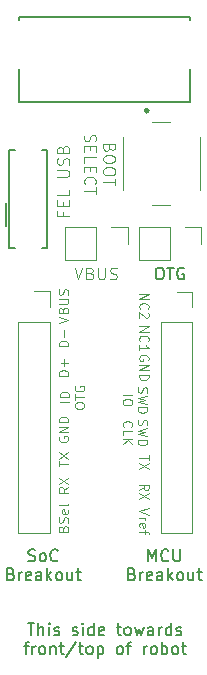
<source format=gbr>
%TF.GenerationSoftware,KiCad,Pcbnew,9.0.6-1.fc43*%
%TF.CreationDate,2025-12-11T00:59:32+10:30*%
%TF.ProjectId,DreameBreakout,44726561-6d65-4427-9265-616b6f75742e,1.1*%
%TF.SameCoordinates,Original*%
%TF.FileFunction,Legend,Top*%
%TF.FilePolarity,Positive*%
%FSLAX46Y46*%
G04 Gerber Fmt 4.6, Leading zero omitted, Abs format (unit mm)*
G04 Created by KiCad (PCBNEW 9.0.6-1.fc43) date 2025-12-11 00:59:32*
%MOMM*%
%LPD*%
G01*
G04 APERTURE LIST*
%ADD10C,0.150000*%
%ADD11C,0.120000*%
%ADD12C,0.125000*%
%ADD13C,0.300000*%
%ADD14C,0.127000*%
G04 APERTURE END LIST*
D10*
X150148809Y-83914819D02*
X150339285Y-83914819D01*
X150339285Y-83914819D02*
X150434523Y-83962438D01*
X150434523Y-83962438D02*
X150529761Y-84057676D01*
X150529761Y-84057676D02*
X150577380Y-84248152D01*
X150577380Y-84248152D02*
X150577380Y-84581485D01*
X150577380Y-84581485D02*
X150529761Y-84771961D01*
X150529761Y-84771961D02*
X150434523Y-84867200D01*
X150434523Y-84867200D02*
X150339285Y-84914819D01*
X150339285Y-84914819D02*
X150148809Y-84914819D01*
X150148809Y-84914819D02*
X150053571Y-84867200D01*
X150053571Y-84867200D02*
X149958333Y-84771961D01*
X149958333Y-84771961D02*
X149910714Y-84581485D01*
X149910714Y-84581485D02*
X149910714Y-84248152D01*
X149910714Y-84248152D02*
X149958333Y-84057676D01*
X149958333Y-84057676D02*
X150053571Y-83962438D01*
X150053571Y-83962438D02*
X150148809Y-83914819D01*
X150863095Y-83914819D02*
X151434523Y-83914819D01*
X151148809Y-84914819D02*
X151148809Y-83914819D01*
X152291666Y-83962438D02*
X152196428Y-83914819D01*
X152196428Y-83914819D02*
X152053571Y-83914819D01*
X152053571Y-83914819D02*
X151910714Y-83962438D01*
X151910714Y-83962438D02*
X151815476Y-84057676D01*
X151815476Y-84057676D02*
X151767857Y-84152914D01*
X151767857Y-84152914D02*
X151720238Y-84343390D01*
X151720238Y-84343390D02*
X151720238Y-84486247D01*
X151720238Y-84486247D02*
X151767857Y-84676723D01*
X151767857Y-84676723D02*
X151815476Y-84771961D01*
X151815476Y-84771961D02*
X151910714Y-84867200D01*
X151910714Y-84867200D02*
X152053571Y-84914819D01*
X152053571Y-84914819D02*
X152148809Y-84914819D01*
X152148809Y-84914819D02*
X152291666Y-84867200D01*
X152291666Y-84867200D02*
X152339285Y-84819580D01*
X152339285Y-84819580D02*
X152339285Y-84486247D01*
X152339285Y-84486247D02*
X152148809Y-84486247D01*
X139077380Y-114024847D02*
X139648808Y-114024847D01*
X139363094Y-115024847D02*
X139363094Y-114024847D01*
X139982142Y-115024847D02*
X139982142Y-114024847D01*
X140410713Y-115024847D02*
X140410713Y-114501037D01*
X140410713Y-114501037D02*
X140363094Y-114405799D01*
X140363094Y-114405799D02*
X140267856Y-114358180D01*
X140267856Y-114358180D02*
X140124999Y-114358180D01*
X140124999Y-114358180D02*
X140029761Y-114405799D01*
X140029761Y-114405799D02*
X139982142Y-114453418D01*
X140886904Y-115024847D02*
X140886904Y-114358180D01*
X140886904Y-114024847D02*
X140839285Y-114072466D01*
X140839285Y-114072466D02*
X140886904Y-114120085D01*
X140886904Y-114120085D02*
X140934523Y-114072466D01*
X140934523Y-114072466D02*
X140886904Y-114024847D01*
X140886904Y-114024847D02*
X140886904Y-114120085D01*
X141315475Y-114977228D02*
X141410713Y-115024847D01*
X141410713Y-115024847D02*
X141601189Y-115024847D01*
X141601189Y-115024847D02*
X141696427Y-114977228D01*
X141696427Y-114977228D02*
X141744046Y-114881989D01*
X141744046Y-114881989D02*
X141744046Y-114834370D01*
X141744046Y-114834370D02*
X141696427Y-114739132D01*
X141696427Y-114739132D02*
X141601189Y-114691513D01*
X141601189Y-114691513D02*
X141458332Y-114691513D01*
X141458332Y-114691513D02*
X141363094Y-114643894D01*
X141363094Y-114643894D02*
X141315475Y-114548656D01*
X141315475Y-114548656D02*
X141315475Y-114501037D01*
X141315475Y-114501037D02*
X141363094Y-114405799D01*
X141363094Y-114405799D02*
X141458332Y-114358180D01*
X141458332Y-114358180D02*
X141601189Y-114358180D01*
X141601189Y-114358180D02*
X141696427Y-114405799D01*
X142886904Y-114977228D02*
X142982142Y-115024847D01*
X142982142Y-115024847D02*
X143172618Y-115024847D01*
X143172618Y-115024847D02*
X143267856Y-114977228D01*
X143267856Y-114977228D02*
X143315475Y-114881989D01*
X143315475Y-114881989D02*
X143315475Y-114834370D01*
X143315475Y-114834370D02*
X143267856Y-114739132D01*
X143267856Y-114739132D02*
X143172618Y-114691513D01*
X143172618Y-114691513D02*
X143029761Y-114691513D01*
X143029761Y-114691513D02*
X142934523Y-114643894D01*
X142934523Y-114643894D02*
X142886904Y-114548656D01*
X142886904Y-114548656D02*
X142886904Y-114501037D01*
X142886904Y-114501037D02*
X142934523Y-114405799D01*
X142934523Y-114405799D02*
X143029761Y-114358180D01*
X143029761Y-114358180D02*
X143172618Y-114358180D01*
X143172618Y-114358180D02*
X143267856Y-114405799D01*
X143744047Y-115024847D02*
X143744047Y-114358180D01*
X143744047Y-114024847D02*
X143696428Y-114072466D01*
X143696428Y-114072466D02*
X143744047Y-114120085D01*
X143744047Y-114120085D02*
X143791666Y-114072466D01*
X143791666Y-114072466D02*
X143744047Y-114024847D01*
X143744047Y-114024847D02*
X143744047Y-114120085D01*
X144648808Y-115024847D02*
X144648808Y-114024847D01*
X144648808Y-114977228D02*
X144553570Y-115024847D01*
X144553570Y-115024847D02*
X144363094Y-115024847D01*
X144363094Y-115024847D02*
X144267856Y-114977228D01*
X144267856Y-114977228D02*
X144220237Y-114929608D01*
X144220237Y-114929608D02*
X144172618Y-114834370D01*
X144172618Y-114834370D02*
X144172618Y-114548656D01*
X144172618Y-114548656D02*
X144220237Y-114453418D01*
X144220237Y-114453418D02*
X144267856Y-114405799D01*
X144267856Y-114405799D02*
X144363094Y-114358180D01*
X144363094Y-114358180D02*
X144553570Y-114358180D01*
X144553570Y-114358180D02*
X144648808Y-114405799D01*
X145505951Y-114977228D02*
X145410713Y-115024847D01*
X145410713Y-115024847D02*
X145220237Y-115024847D01*
X145220237Y-115024847D02*
X145124999Y-114977228D01*
X145124999Y-114977228D02*
X145077380Y-114881989D01*
X145077380Y-114881989D02*
X145077380Y-114501037D01*
X145077380Y-114501037D02*
X145124999Y-114405799D01*
X145124999Y-114405799D02*
X145220237Y-114358180D01*
X145220237Y-114358180D02*
X145410713Y-114358180D01*
X145410713Y-114358180D02*
X145505951Y-114405799D01*
X145505951Y-114405799D02*
X145553570Y-114501037D01*
X145553570Y-114501037D02*
X145553570Y-114596275D01*
X145553570Y-114596275D02*
X145077380Y-114691513D01*
X146601190Y-114358180D02*
X146982142Y-114358180D01*
X146744047Y-114024847D02*
X146744047Y-114881989D01*
X146744047Y-114881989D02*
X146791666Y-114977228D01*
X146791666Y-114977228D02*
X146886904Y-115024847D01*
X146886904Y-115024847D02*
X146982142Y-115024847D01*
X147458333Y-115024847D02*
X147363095Y-114977228D01*
X147363095Y-114977228D02*
X147315476Y-114929608D01*
X147315476Y-114929608D02*
X147267857Y-114834370D01*
X147267857Y-114834370D02*
X147267857Y-114548656D01*
X147267857Y-114548656D02*
X147315476Y-114453418D01*
X147315476Y-114453418D02*
X147363095Y-114405799D01*
X147363095Y-114405799D02*
X147458333Y-114358180D01*
X147458333Y-114358180D02*
X147601190Y-114358180D01*
X147601190Y-114358180D02*
X147696428Y-114405799D01*
X147696428Y-114405799D02*
X147744047Y-114453418D01*
X147744047Y-114453418D02*
X147791666Y-114548656D01*
X147791666Y-114548656D02*
X147791666Y-114834370D01*
X147791666Y-114834370D02*
X147744047Y-114929608D01*
X147744047Y-114929608D02*
X147696428Y-114977228D01*
X147696428Y-114977228D02*
X147601190Y-115024847D01*
X147601190Y-115024847D02*
X147458333Y-115024847D01*
X148125000Y-114358180D02*
X148315476Y-115024847D01*
X148315476Y-115024847D02*
X148505952Y-114548656D01*
X148505952Y-114548656D02*
X148696428Y-115024847D01*
X148696428Y-115024847D02*
X148886904Y-114358180D01*
X149696428Y-115024847D02*
X149696428Y-114501037D01*
X149696428Y-114501037D02*
X149648809Y-114405799D01*
X149648809Y-114405799D02*
X149553571Y-114358180D01*
X149553571Y-114358180D02*
X149363095Y-114358180D01*
X149363095Y-114358180D02*
X149267857Y-114405799D01*
X149696428Y-114977228D02*
X149601190Y-115024847D01*
X149601190Y-115024847D02*
X149363095Y-115024847D01*
X149363095Y-115024847D02*
X149267857Y-114977228D01*
X149267857Y-114977228D02*
X149220238Y-114881989D01*
X149220238Y-114881989D02*
X149220238Y-114786751D01*
X149220238Y-114786751D02*
X149267857Y-114691513D01*
X149267857Y-114691513D02*
X149363095Y-114643894D01*
X149363095Y-114643894D02*
X149601190Y-114643894D01*
X149601190Y-114643894D02*
X149696428Y-114596275D01*
X150172619Y-115024847D02*
X150172619Y-114358180D01*
X150172619Y-114548656D02*
X150220238Y-114453418D01*
X150220238Y-114453418D02*
X150267857Y-114405799D01*
X150267857Y-114405799D02*
X150363095Y-114358180D01*
X150363095Y-114358180D02*
X150458333Y-114358180D01*
X151220238Y-115024847D02*
X151220238Y-114024847D01*
X151220238Y-114977228D02*
X151125000Y-115024847D01*
X151125000Y-115024847D02*
X150934524Y-115024847D01*
X150934524Y-115024847D02*
X150839286Y-114977228D01*
X150839286Y-114977228D02*
X150791667Y-114929608D01*
X150791667Y-114929608D02*
X150744048Y-114834370D01*
X150744048Y-114834370D02*
X150744048Y-114548656D01*
X150744048Y-114548656D02*
X150791667Y-114453418D01*
X150791667Y-114453418D02*
X150839286Y-114405799D01*
X150839286Y-114405799D02*
X150934524Y-114358180D01*
X150934524Y-114358180D02*
X151125000Y-114358180D01*
X151125000Y-114358180D02*
X151220238Y-114405799D01*
X151648810Y-114977228D02*
X151744048Y-115024847D01*
X151744048Y-115024847D02*
X151934524Y-115024847D01*
X151934524Y-115024847D02*
X152029762Y-114977228D01*
X152029762Y-114977228D02*
X152077381Y-114881989D01*
X152077381Y-114881989D02*
X152077381Y-114834370D01*
X152077381Y-114834370D02*
X152029762Y-114739132D01*
X152029762Y-114739132D02*
X151934524Y-114691513D01*
X151934524Y-114691513D02*
X151791667Y-114691513D01*
X151791667Y-114691513D02*
X151696429Y-114643894D01*
X151696429Y-114643894D02*
X151648810Y-114548656D01*
X151648810Y-114548656D02*
X151648810Y-114501037D01*
X151648810Y-114501037D02*
X151696429Y-114405799D01*
X151696429Y-114405799D02*
X151791667Y-114358180D01*
X151791667Y-114358180D02*
X151934524Y-114358180D01*
X151934524Y-114358180D02*
X152029762Y-114405799D01*
X138767855Y-115968124D02*
X139148807Y-115968124D01*
X138910712Y-116634791D02*
X138910712Y-115777648D01*
X138910712Y-115777648D02*
X138958331Y-115682410D01*
X138958331Y-115682410D02*
X139053569Y-115634791D01*
X139053569Y-115634791D02*
X139148807Y-115634791D01*
X139482141Y-116634791D02*
X139482141Y-115968124D01*
X139482141Y-116158600D02*
X139529760Y-116063362D01*
X139529760Y-116063362D02*
X139577379Y-116015743D01*
X139577379Y-116015743D02*
X139672617Y-115968124D01*
X139672617Y-115968124D02*
X139767855Y-115968124D01*
X140244046Y-116634791D02*
X140148808Y-116587172D01*
X140148808Y-116587172D02*
X140101189Y-116539552D01*
X140101189Y-116539552D02*
X140053570Y-116444314D01*
X140053570Y-116444314D02*
X140053570Y-116158600D01*
X140053570Y-116158600D02*
X140101189Y-116063362D01*
X140101189Y-116063362D02*
X140148808Y-116015743D01*
X140148808Y-116015743D02*
X140244046Y-115968124D01*
X140244046Y-115968124D02*
X140386903Y-115968124D01*
X140386903Y-115968124D02*
X140482141Y-116015743D01*
X140482141Y-116015743D02*
X140529760Y-116063362D01*
X140529760Y-116063362D02*
X140577379Y-116158600D01*
X140577379Y-116158600D02*
X140577379Y-116444314D01*
X140577379Y-116444314D02*
X140529760Y-116539552D01*
X140529760Y-116539552D02*
X140482141Y-116587172D01*
X140482141Y-116587172D02*
X140386903Y-116634791D01*
X140386903Y-116634791D02*
X140244046Y-116634791D01*
X141005951Y-115968124D02*
X141005951Y-116634791D01*
X141005951Y-116063362D02*
X141053570Y-116015743D01*
X141053570Y-116015743D02*
X141148808Y-115968124D01*
X141148808Y-115968124D02*
X141291665Y-115968124D01*
X141291665Y-115968124D02*
X141386903Y-116015743D01*
X141386903Y-116015743D02*
X141434522Y-116110981D01*
X141434522Y-116110981D02*
X141434522Y-116634791D01*
X141767856Y-115968124D02*
X142148808Y-115968124D01*
X141910713Y-115634791D02*
X141910713Y-116491933D01*
X141910713Y-116491933D02*
X141958332Y-116587172D01*
X141958332Y-116587172D02*
X142053570Y-116634791D01*
X142053570Y-116634791D02*
X142148808Y-116634791D01*
X143196427Y-115587172D02*
X142339285Y-116872886D01*
X143386904Y-115968124D02*
X143767856Y-115968124D01*
X143529761Y-115634791D02*
X143529761Y-116491933D01*
X143529761Y-116491933D02*
X143577380Y-116587172D01*
X143577380Y-116587172D02*
X143672618Y-116634791D01*
X143672618Y-116634791D02*
X143767856Y-116634791D01*
X144244047Y-116634791D02*
X144148809Y-116587172D01*
X144148809Y-116587172D02*
X144101190Y-116539552D01*
X144101190Y-116539552D02*
X144053571Y-116444314D01*
X144053571Y-116444314D02*
X144053571Y-116158600D01*
X144053571Y-116158600D02*
X144101190Y-116063362D01*
X144101190Y-116063362D02*
X144148809Y-116015743D01*
X144148809Y-116015743D02*
X144244047Y-115968124D01*
X144244047Y-115968124D02*
X144386904Y-115968124D01*
X144386904Y-115968124D02*
X144482142Y-116015743D01*
X144482142Y-116015743D02*
X144529761Y-116063362D01*
X144529761Y-116063362D02*
X144577380Y-116158600D01*
X144577380Y-116158600D02*
X144577380Y-116444314D01*
X144577380Y-116444314D02*
X144529761Y-116539552D01*
X144529761Y-116539552D02*
X144482142Y-116587172D01*
X144482142Y-116587172D02*
X144386904Y-116634791D01*
X144386904Y-116634791D02*
X144244047Y-116634791D01*
X145005952Y-115968124D02*
X145005952Y-116968124D01*
X145005952Y-116015743D02*
X145101190Y-115968124D01*
X145101190Y-115968124D02*
X145291666Y-115968124D01*
X145291666Y-115968124D02*
X145386904Y-116015743D01*
X145386904Y-116015743D02*
X145434523Y-116063362D01*
X145434523Y-116063362D02*
X145482142Y-116158600D01*
X145482142Y-116158600D02*
X145482142Y-116444314D01*
X145482142Y-116444314D02*
X145434523Y-116539552D01*
X145434523Y-116539552D02*
X145386904Y-116587172D01*
X145386904Y-116587172D02*
X145291666Y-116634791D01*
X145291666Y-116634791D02*
X145101190Y-116634791D01*
X145101190Y-116634791D02*
X145005952Y-116587172D01*
X146815476Y-116634791D02*
X146720238Y-116587172D01*
X146720238Y-116587172D02*
X146672619Y-116539552D01*
X146672619Y-116539552D02*
X146625000Y-116444314D01*
X146625000Y-116444314D02*
X146625000Y-116158600D01*
X146625000Y-116158600D02*
X146672619Y-116063362D01*
X146672619Y-116063362D02*
X146720238Y-116015743D01*
X146720238Y-116015743D02*
X146815476Y-115968124D01*
X146815476Y-115968124D02*
X146958333Y-115968124D01*
X146958333Y-115968124D02*
X147053571Y-116015743D01*
X147053571Y-116015743D02*
X147101190Y-116063362D01*
X147101190Y-116063362D02*
X147148809Y-116158600D01*
X147148809Y-116158600D02*
X147148809Y-116444314D01*
X147148809Y-116444314D02*
X147101190Y-116539552D01*
X147101190Y-116539552D02*
X147053571Y-116587172D01*
X147053571Y-116587172D02*
X146958333Y-116634791D01*
X146958333Y-116634791D02*
X146815476Y-116634791D01*
X147434524Y-115968124D02*
X147815476Y-115968124D01*
X147577381Y-116634791D02*
X147577381Y-115777648D01*
X147577381Y-115777648D02*
X147625000Y-115682410D01*
X147625000Y-115682410D02*
X147720238Y-115634791D01*
X147720238Y-115634791D02*
X147815476Y-115634791D01*
X148910715Y-116634791D02*
X148910715Y-115968124D01*
X148910715Y-116158600D02*
X148958334Y-116063362D01*
X148958334Y-116063362D02*
X149005953Y-116015743D01*
X149005953Y-116015743D02*
X149101191Y-115968124D01*
X149101191Y-115968124D02*
X149196429Y-115968124D01*
X149672620Y-116634791D02*
X149577382Y-116587172D01*
X149577382Y-116587172D02*
X149529763Y-116539552D01*
X149529763Y-116539552D02*
X149482144Y-116444314D01*
X149482144Y-116444314D02*
X149482144Y-116158600D01*
X149482144Y-116158600D02*
X149529763Y-116063362D01*
X149529763Y-116063362D02*
X149577382Y-116015743D01*
X149577382Y-116015743D02*
X149672620Y-115968124D01*
X149672620Y-115968124D02*
X149815477Y-115968124D01*
X149815477Y-115968124D02*
X149910715Y-116015743D01*
X149910715Y-116015743D02*
X149958334Y-116063362D01*
X149958334Y-116063362D02*
X150005953Y-116158600D01*
X150005953Y-116158600D02*
X150005953Y-116444314D01*
X150005953Y-116444314D02*
X149958334Y-116539552D01*
X149958334Y-116539552D02*
X149910715Y-116587172D01*
X149910715Y-116587172D02*
X149815477Y-116634791D01*
X149815477Y-116634791D02*
X149672620Y-116634791D01*
X150434525Y-116634791D02*
X150434525Y-115634791D01*
X150434525Y-116015743D02*
X150529763Y-115968124D01*
X150529763Y-115968124D02*
X150720239Y-115968124D01*
X150720239Y-115968124D02*
X150815477Y-116015743D01*
X150815477Y-116015743D02*
X150863096Y-116063362D01*
X150863096Y-116063362D02*
X150910715Y-116158600D01*
X150910715Y-116158600D02*
X150910715Y-116444314D01*
X150910715Y-116444314D02*
X150863096Y-116539552D01*
X150863096Y-116539552D02*
X150815477Y-116587172D01*
X150815477Y-116587172D02*
X150720239Y-116634791D01*
X150720239Y-116634791D02*
X150529763Y-116634791D01*
X150529763Y-116634791D02*
X150434525Y-116587172D01*
X151482144Y-116634791D02*
X151386906Y-116587172D01*
X151386906Y-116587172D02*
X151339287Y-116539552D01*
X151339287Y-116539552D02*
X151291668Y-116444314D01*
X151291668Y-116444314D02*
X151291668Y-116158600D01*
X151291668Y-116158600D02*
X151339287Y-116063362D01*
X151339287Y-116063362D02*
X151386906Y-116015743D01*
X151386906Y-116015743D02*
X151482144Y-115968124D01*
X151482144Y-115968124D02*
X151625001Y-115968124D01*
X151625001Y-115968124D02*
X151720239Y-116015743D01*
X151720239Y-116015743D02*
X151767858Y-116063362D01*
X151767858Y-116063362D02*
X151815477Y-116158600D01*
X151815477Y-116158600D02*
X151815477Y-116444314D01*
X151815477Y-116444314D02*
X151767858Y-116539552D01*
X151767858Y-116539552D02*
X151720239Y-116587172D01*
X151720239Y-116587172D02*
X151625001Y-116634791D01*
X151625001Y-116634791D02*
X151482144Y-116634791D01*
X152101192Y-115968124D02*
X152482144Y-115968124D01*
X152244049Y-115634791D02*
X152244049Y-116491933D01*
X152244049Y-116491933D02*
X152291668Y-116587172D01*
X152291668Y-116587172D02*
X152386906Y-116634791D01*
X152386906Y-116634791D02*
X152482144Y-116634791D01*
D11*
X148511144Y-88865476D02*
X149311144Y-88865476D01*
X149311144Y-88865476D02*
X148511144Y-89322619D01*
X148511144Y-89322619D02*
X149311144Y-89322619D01*
X148587335Y-90160714D02*
X148549240Y-90122618D01*
X148549240Y-90122618D02*
X148511144Y-90008333D01*
X148511144Y-90008333D02*
X148511144Y-89932142D01*
X148511144Y-89932142D02*
X148549240Y-89817856D01*
X148549240Y-89817856D02*
X148625430Y-89741666D01*
X148625430Y-89741666D02*
X148701620Y-89703571D01*
X148701620Y-89703571D02*
X148854001Y-89665475D01*
X148854001Y-89665475D02*
X148968287Y-89665475D01*
X148968287Y-89665475D02*
X149120668Y-89703571D01*
X149120668Y-89703571D02*
X149196859Y-89741666D01*
X149196859Y-89741666D02*
X149273049Y-89817856D01*
X149273049Y-89817856D02*
X149311144Y-89932142D01*
X149311144Y-89932142D02*
X149311144Y-90008333D01*
X149311144Y-90008333D02*
X149273049Y-90122618D01*
X149273049Y-90122618D02*
X149234954Y-90160714D01*
X148511144Y-90922618D02*
X148511144Y-90465475D01*
X148511144Y-90694047D02*
X149311144Y-90694047D01*
X149311144Y-90694047D02*
X149196859Y-90617856D01*
X149196859Y-90617856D02*
X149120668Y-90541666D01*
X149120668Y-90541666D02*
X149082573Y-90465475D01*
X142594878Y-95274999D02*
X141794878Y-95274999D01*
X142594878Y-94894047D02*
X141794878Y-94894047D01*
X141794878Y-94894047D02*
X141794878Y-94703571D01*
X141794878Y-94703571D02*
X141832973Y-94589285D01*
X141832973Y-94589285D02*
X141909163Y-94513095D01*
X141909163Y-94513095D02*
X141985354Y-94475000D01*
X141985354Y-94475000D02*
X142137735Y-94436904D01*
X142137735Y-94436904D02*
X142252021Y-94436904D01*
X142252021Y-94436904D02*
X142404402Y-94475000D01*
X142404402Y-94475000D02*
X142480592Y-94513095D01*
X142480592Y-94513095D02*
X142556783Y-94589285D01*
X142556783Y-94589285D02*
X142594878Y-94703571D01*
X142594878Y-94703571D02*
X142594878Y-94894047D01*
X143082833Y-95655951D02*
X143082833Y-95503570D01*
X143082833Y-95503570D02*
X143120928Y-95427380D01*
X143120928Y-95427380D02*
X143197118Y-95351189D01*
X143197118Y-95351189D02*
X143349499Y-95313094D01*
X143349499Y-95313094D02*
X143616166Y-95313094D01*
X143616166Y-95313094D02*
X143768547Y-95351189D01*
X143768547Y-95351189D02*
X143844738Y-95427380D01*
X143844738Y-95427380D02*
X143882833Y-95503570D01*
X143882833Y-95503570D02*
X143882833Y-95655951D01*
X143882833Y-95655951D02*
X143844738Y-95732142D01*
X143844738Y-95732142D02*
X143768547Y-95808332D01*
X143768547Y-95808332D02*
X143616166Y-95846428D01*
X143616166Y-95846428D02*
X143349499Y-95846428D01*
X143349499Y-95846428D02*
X143197118Y-95808332D01*
X143197118Y-95808332D02*
X143120928Y-95732142D01*
X143120928Y-95732142D02*
X143082833Y-95655951D01*
X143082833Y-95084523D02*
X143082833Y-94627380D01*
X143882833Y-94855952D02*
X143082833Y-94855952D01*
X143120928Y-93941666D02*
X143082833Y-94017856D01*
X143082833Y-94017856D02*
X143082833Y-94132142D01*
X143082833Y-94132142D02*
X143120928Y-94246428D01*
X143120928Y-94246428D02*
X143197118Y-94322618D01*
X143197118Y-94322618D02*
X143273309Y-94360713D01*
X143273309Y-94360713D02*
X143425690Y-94398809D01*
X143425690Y-94398809D02*
X143539976Y-94398809D01*
X143539976Y-94398809D02*
X143692357Y-94360713D01*
X143692357Y-94360713D02*
X143768547Y-94322618D01*
X143768547Y-94322618D02*
X143844738Y-94246428D01*
X143844738Y-94246428D02*
X143882833Y-94132142D01*
X143882833Y-94132142D02*
X143882833Y-94055951D01*
X143882833Y-94055951D02*
X143844738Y-93941666D01*
X143844738Y-93941666D02*
X143806642Y-93903570D01*
X143806642Y-93903570D02*
X143539976Y-93903570D01*
X143539976Y-93903570D02*
X143539976Y-94055951D01*
X142069807Y-106001190D02*
X142107902Y-105886904D01*
X142107902Y-105886904D02*
X142145998Y-105848809D01*
X142145998Y-105848809D02*
X142222188Y-105810713D01*
X142222188Y-105810713D02*
X142336474Y-105810713D01*
X142336474Y-105810713D02*
X142412664Y-105848809D01*
X142412664Y-105848809D02*
X142450760Y-105886904D01*
X142450760Y-105886904D02*
X142488855Y-105963094D01*
X142488855Y-105963094D02*
X142488855Y-106267856D01*
X142488855Y-106267856D02*
X141688855Y-106267856D01*
X141688855Y-106267856D02*
X141688855Y-106001190D01*
X141688855Y-106001190D02*
X141726950Y-105924999D01*
X141726950Y-105924999D02*
X141765045Y-105886904D01*
X141765045Y-105886904D02*
X141841236Y-105848809D01*
X141841236Y-105848809D02*
X141917426Y-105848809D01*
X141917426Y-105848809D02*
X141993617Y-105886904D01*
X141993617Y-105886904D02*
X142031712Y-105924999D01*
X142031712Y-105924999D02*
X142069807Y-106001190D01*
X142069807Y-106001190D02*
X142069807Y-106267856D01*
X142450760Y-105505952D02*
X142488855Y-105391666D01*
X142488855Y-105391666D02*
X142488855Y-105201190D01*
X142488855Y-105201190D02*
X142450760Y-105124999D01*
X142450760Y-105124999D02*
X142412664Y-105086904D01*
X142412664Y-105086904D02*
X142336474Y-105048809D01*
X142336474Y-105048809D02*
X142260283Y-105048809D01*
X142260283Y-105048809D02*
X142184093Y-105086904D01*
X142184093Y-105086904D02*
X142145998Y-105124999D01*
X142145998Y-105124999D02*
X142107902Y-105201190D01*
X142107902Y-105201190D02*
X142069807Y-105353571D01*
X142069807Y-105353571D02*
X142031712Y-105429761D01*
X142031712Y-105429761D02*
X141993617Y-105467856D01*
X141993617Y-105467856D02*
X141917426Y-105505952D01*
X141917426Y-105505952D02*
X141841236Y-105505952D01*
X141841236Y-105505952D02*
X141765045Y-105467856D01*
X141765045Y-105467856D02*
X141726950Y-105429761D01*
X141726950Y-105429761D02*
X141688855Y-105353571D01*
X141688855Y-105353571D02*
X141688855Y-105163094D01*
X141688855Y-105163094D02*
X141726950Y-105048809D01*
X142450760Y-104401189D02*
X142488855Y-104477380D01*
X142488855Y-104477380D02*
X142488855Y-104629761D01*
X142488855Y-104629761D02*
X142450760Y-104705951D01*
X142450760Y-104705951D02*
X142374569Y-104744047D01*
X142374569Y-104744047D02*
X142069807Y-104744047D01*
X142069807Y-104744047D02*
X141993617Y-104705951D01*
X141993617Y-104705951D02*
X141955521Y-104629761D01*
X141955521Y-104629761D02*
X141955521Y-104477380D01*
X141955521Y-104477380D02*
X141993617Y-104401189D01*
X141993617Y-104401189D02*
X142069807Y-104363094D01*
X142069807Y-104363094D02*
X142145998Y-104363094D01*
X142145998Y-104363094D02*
X142222188Y-104744047D01*
X142488855Y-103905952D02*
X142450760Y-103982142D01*
X142450760Y-103982142D02*
X142374569Y-104020237D01*
X142374569Y-104020237D02*
X141688855Y-104020237D01*
X149273049Y-91765476D02*
X149311144Y-91689286D01*
X149311144Y-91689286D02*
X149311144Y-91575000D01*
X149311144Y-91575000D02*
X149273049Y-91460714D01*
X149273049Y-91460714D02*
X149196859Y-91384524D01*
X149196859Y-91384524D02*
X149120668Y-91346429D01*
X149120668Y-91346429D02*
X148968287Y-91308333D01*
X148968287Y-91308333D02*
X148854001Y-91308333D01*
X148854001Y-91308333D02*
X148701620Y-91346429D01*
X148701620Y-91346429D02*
X148625430Y-91384524D01*
X148625430Y-91384524D02*
X148549240Y-91460714D01*
X148549240Y-91460714D02*
X148511144Y-91575000D01*
X148511144Y-91575000D02*
X148511144Y-91651191D01*
X148511144Y-91651191D02*
X148549240Y-91765476D01*
X148549240Y-91765476D02*
X148587335Y-91803572D01*
X148587335Y-91803572D02*
X148854001Y-91803572D01*
X148854001Y-91803572D02*
X148854001Y-91651191D01*
X148511144Y-92146429D02*
X149311144Y-92146429D01*
X149311144Y-92146429D02*
X148511144Y-92603572D01*
X148511144Y-92603572D02*
X149311144Y-92603572D01*
X148511144Y-92984524D02*
X149311144Y-92984524D01*
X149311144Y-92984524D02*
X149311144Y-93175000D01*
X149311144Y-93175000D02*
X149273049Y-93289286D01*
X149273049Y-93289286D02*
X149196859Y-93365476D01*
X149196859Y-93365476D02*
X149120668Y-93403571D01*
X149120668Y-93403571D02*
X148968287Y-93441667D01*
X148968287Y-93441667D02*
X148854001Y-93441667D01*
X148854001Y-93441667D02*
X148701620Y-93403571D01*
X148701620Y-93403571D02*
X148625430Y-93365476D01*
X148625430Y-93365476D02*
X148549240Y-93289286D01*
X148549240Y-93289286D02*
X148511144Y-93175000D01*
X148511144Y-93175000D02*
X148511144Y-92984524D01*
X149311144Y-99765476D02*
X149311144Y-100222619D01*
X148511144Y-99994047D02*
X149311144Y-99994047D01*
X149311144Y-100413095D02*
X148511144Y-100946429D01*
X149311144Y-100946429D02*
X148511144Y-100413095D01*
X142488855Y-93079761D02*
X141688855Y-93079761D01*
X141688855Y-93079761D02*
X141688855Y-92889285D01*
X141688855Y-92889285D02*
X141726950Y-92774999D01*
X141726950Y-92774999D02*
X141803140Y-92698809D01*
X141803140Y-92698809D02*
X141879331Y-92660714D01*
X141879331Y-92660714D02*
X142031712Y-92622618D01*
X142031712Y-92622618D02*
X142145998Y-92622618D01*
X142145998Y-92622618D02*
X142298379Y-92660714D01*
X142298379Y-92660714D02*
X142374569Y-92698809D01*
X142374569Y-92698809D02*
X142450760Y-92774999D01*
X142450760Y-92774999D02*
X142488855Y-92889285D01*
X142488855Y-92889285D02*
X142488855Y-93079761D01*
X142184093Y-92279761D02*
X142184093Y-91670238D01*
X142488855Y-91974999D02*
X141879331Y-91974999D01*
X145997402Y-73767857D02*
X145949783Y-73910714D01*
X145949783Y-73910714D02*
X145902164Y-73958333D01*
X145902164Y-73958333D02*
X145806926Y-74005952D01*
X145806926Y-74005952D02*
X145664069Y-74005952D01*
X145664069Y-74005952D02*
X145568831Y-73958333D01*
X145568831Y-73958333D02*
X145521212Y-73910714D01*
X145521212Y-73910714D02*
X145473592Y-73815476D01*
X145473592Y-73815476D02*
X145473592Y-73434524D01*
X145473592Y-73434524D02*
X146473592Y-73434524D01*
X146473592Y-73434524D02*
X146473592Y-73767857D01*
X146473592Y-73767857D02*
X146425973Y-73863095D01*
X146425973Y-73863095D02*
X146378354Y-73910714D01*
X146378354Y-73910714D02*
X146283116Y-73958333D01*
X146283116Y-73958333D02*
X146187878Y-73958333D01*
X146187878Y-73958333D02*
X146092640Y-73910714D01*
X146092640Y-73910714D02*
X146045021Y-73863095D01*
X146045021Y-73863095D02*
X145997402Y-73767857D01*
X145997402Y-73767857D02*
X145997402Y-73434524D01*
X146473592Y-74625000D02*
X146473592Y-74815476D01*
X146473592Y-74815476D02*
X146425973Y-74910714D01*
X146425973Y-74910714D02*
X146330735Y-75005952D01*
X146330735Y-75005952D02*
X146140259Y-75053571D01*
X146140259Y-75053571D02*
X145806926Y-75053571D01*
X145806926Y-75053571D02*
X145616450Y-75005952D01*
X145616450Y-75005952D02*
X145521212Y-74910714D01*
X145521212Y-74910714D02*
X145473592Y-74815476D01*
X145473592Y-74815476D02*
X145473592Y-74625000D01*
X145473592Y-74625000D02*
X145521212Y-74529762D01*
X145521212Y-74529762D02*
X145616450Y-74434524D01*
X145616450Y-74434524D02*
X145806926Y-74386905D01*
X145806926Y-74386905D02*
X146140259Y-74386905D01*
X146140259Y-74386905D02*
X146330735Y-74434524D01*
X146330735Y-74434524D02*
X146425973Y-74529762D01*
X146425973Y-74529762D02*
X146473592Y-74625000D01*
X146473592Y-75672619D02*
X146473592Y-75863095D01*
X146473592Y-75863095D02*
X146425973Y-75958333D01*
X146425973Y-75958333D02*
X146330735Y-76053571D01*
X146330735Y-76053571D02*
X146140259Y-76101190D01*
X146140259Y-76101190D02*
X145806926Y-76101190D01*
X145806926Y-76101190D02*
X145616450Y-76053571D01*
X145616450Y-76053571D02*
X145521212Y-75958333D01*
X145521212Y-75958333D02*
X145473592Y-75863095D01*
X145473592Y-75863095D02*
X145473592Y-75672619D01*
X145473592Y-75672619D02*
X145521212Y-75577381D01*
X145521212Y-75577381D02*
X145616450Y-75482143D01*
X145616450Y-75482143D02*
X145806926Y-75434524D01*
X145806926Y-75434524D02*
X146140259Y-75434524D01*
X146140259Y-75434524D02*
X146330735Y-75482143D01*
X146330735Y-75482143D02*
X146425973Y-75577381D01*
X146425973Y-75577381D02*
X146473592Y-75672619D01*
X146473592Y-76386905D02*
X146473592Y-76958333D01*
X145473592Y-76672619D02*
X146473592Y-76672619D01*
X143911268Y-72648809D02*
X143863648Y-72791666D01*
X143863648Y-72791666D02*
X143863648Y-73029761D01*
X143863648Y-73029761D02*
X143911268Y-73124999D01*
X143911268Y-73124999D02*
X143958887Y-73172618D01*
X143958887Y-73172618D02*
X144054125Y-73220237D01*
X144054125Y-73220237D02*
X144149363Y-73220237D01*
X144149363Y-73220237D02*
X144244601Y-73172618D01*
X144244601Y-73172618D02*
X144292220Y-73124999D01*
X144292220Y-73124999D02*
X144339839Y-73029761D01*
X144339839Y-73029761D02*
X144387458Y-72839285D01*
X144387458Y-72839285D02*
X144435077Y-72744047D01*
X144435077Y-72744047D02*
X144482696Y-72696428D01*
X144482696Y-72696428D02*
X144577934Y-72648809D01*
X144577934Y-72648809D02*
X144673172Y-72648809D01*
X144673172Y-72648809D02*
X144768410Y-72696428D01*
X144768410Y-72696428D02*
X144816029Y-72744047D01*
X144816029Y-72744047D02*
X144863648Y-72839285D01*
X144863648Y-72839285D02*
X144863648Y-73077380D01*
X144863648Y-73077380D02*
X144816029Y-73220237D01*
X144387458Y-73648809D02*
X144387458Y-73982142D01*
X143863648Y-74124999D02*
X143863648Y-73648809D01*
X143863648Y-73648809D02*
X144863648Y-73648809D01*
X144863648Y-73648809D02*
X144863648Y-74124999D01*
X143863648Y-75029761D02*
X143863648Y-74553571D01*
X143863648Y-74553571D02*
X144863648Y-74553571D01*
X144387458Y-75363095D02*
X144387458Y-75696428D01*
X143863648Y-75839285D02*
X143863648Y-75363095D01*
X143863648Y-75363095D02*
X144863648Y-75363095D01*
X144863648Y-75363095D02*
X144863648Y-75839285D01*
X143958887Y-76839285D02*
X143911268Y-76791666D01*
X143911268Y-76791666D02*
X143863648Y-76648809D01*
X143863648Y-76648809D02*
X143863648Y-76553571D01*
X143863648Y-76553571D02*
X143911268Y-76410714D01*
X143911268Y-76410714D02*
X144006506Y-76315476D01*
X144006506Y-76315476D02*
X144101744Y-76267857D01*
X144101744Y-76267857D02*
X144292220Y-76220238D01*
X144292220Y-76220238D02*
X144435077Y-76220238D01*
X144435077Y-76220238D02*
X144625553Y-76267857D01*
X144625553Y-76267857D02*
X144720791Y-76315476D01*
X144720791Y-76315476D02*
X144816029Y-76410714D01*
X144816029Y-76410714D02*
X144863648Y-76553571D01*
X144863648Y-76553571D02*
X144863648Y-76648809D01*
X144863648Y-76648809D02*
X144816029Y-76791666D01*
X144816029Y-76791666D02*
X144768410Y-76839285D01*
X144863648Y-77125000D02*
X144863648Y-77696428D01*
X143863648Y-77410714D02*
X144863648Y-77410714D01*
X148511144Y-86115476D02*
X149311144Y-86115476D01*
X149311144Y-86115476D02*
X148511144Y-86572619D01*
X148511144Y-86572619D02*
X149311144Y-86572619D01*
X148587335Y-87410714D02*
X148549240Y-87372618D01*
X148549240Y-87372618D02*
X148511144Y-87258333D01*
X148511144Y-87258333D02*
X148511144Y-87182142D01*
X148511144Y-87182142D02*
X148549240Y-87067856D01*
X148549240Y-87067856D02*
X148625430Y-86991666D01*
X148625430Y-86991666D02*
X148701620Y-86953571D01*
X148701620Y-86953571D02*
X148854001Y-86915475D01*
X148854001Y-86915475D02*
X148968287Y-86915475D01*
X148968287Y-86915475D02*
X149120668Y-86953571D01*
X149120668Y-86953571D02*
X149196859Y-86991666D01*
X149196859Y-86991666D02*
X149273049Y-87067856D01*
X149273049Y-87067856D02*
X149311144Y-87182142D01*
X149311144Y-87182142D02*
X149311144Y-87258333D01*
X149311144Y-87258333D02*
X149273049Y-87372618D01*
X149273049Y-87372618D02*
X149234954Y-87410714D01*
X149234954Y-87715475D02*
X149273049Y-87753571D01*
X149273049Y-87753571D02*
X149311144Y-87829761D01*
X149311144Y-87829761D02*
X149311144Y-88020237D01*
X149311144Y-88020237D02*
X149273049Y-88096428D01*
X149273049Y-88096428D02*
X149234954Y-88134523D01*
X149234954Y-88134523D02*
X149158763Y-88172618D01*
X149158763Y-88172618D02*
X149082573Y-88172618D01*
X149082573Y-88172618D02*
X148968287Y-88134523D01*
X148968287Y-88134523D02*
X148511144Y-87677380D01*
X148511144Y-87677380D02*
X148511144Y-88172618D01*
X142488855Y-102508332D02*
X142107902Y-102774999D01*
X142488855Y-102965475D02*
X141688855Y-102965475D01*
X141688855Y-102965475D02*
X141688855Y-102660713D01*
X141688855Y-102660713D02*
X141726950Y-102584523D01*
X141726950Y-102584523D02*
X141765045Y-102546428D01*
X141765045Y-102546428D02*
X141841236Y-102508332D01*
X141841236Y-102508332D02*
X141955521Y-102508332D01*
X141955521Y-102508332D02*
X142031712Y-102546428D01*
X142031712Y-102546428D02*
X142069807Y-102584523D01*
X142069807Y-102584523D02*
X142107902Y-102660713D01*
X142107902Y-102660713D02*
X142107902Y-102965475D01*
X141688855Y-102241666D02*
X142488855Y-101708332D01*
X141688855Y-101708332D02*
X142488855Y-102241666D01*
X141688855Y-88591666D02*
X142488855Y-88324999D01*
X142488855Y-88324999D02*
X141688855Y-88058333D01*
X142069807Y-87525000D02*
X142107902Y-87410714D01*
X142107902Y-87410714D02*
X142145998Y-87372619D01*
X142145998Y-87372619D02*
X142222188Y-87334523D01*
X142222188Y-87334523D02*
X142336474Y-87334523D01*
X142336474Y-87334523D02*
X142412664Y-87372619D01*
X142412664Y-87372619D02*
X142450760Y-87410714D01*
X142450760Y-87410714D02*
X142488855Y-87486904D01*
X142488855Y-87486904D02*
X142488855Y-87791666D01*
X142488855Y-87791666D02*
X141688855Y-87791666D01*
X141688855Y-87791666D02*
X141688855Y-87525000D01*
X141688855Y-87525000D02*
X141726950Y-87448809D01*
X141726950Y-87448809D02*
X141765045Y-87410714D01*
X141765045Y-87410714D02*
X141841236Y-87372619D01*
X141841236Y-87372619D02*
X141917426Y-87372619D01*
X141917426Y-87372619D02*
X141993617Y-87410714D01*
X141993617Y-87410714D02*
X142031712Y-87448809D01*
X142031712Y-87448809D02*
X142069807Y-87525000D01*
X142069807Y-87525000D02*
X142069807Y-87791666D01*
X141688855Y-86991666D02*
X142336474Y-86991666D01*
X142336474Y-86991666D02*
X142412664Y-86953571D01*
X142412664Y-86953571D02*
X142450760Y-86915476D01*
X142450760Y-86915476D02*
X142488855Y-86839285D01*
X142488855Y-86839285D02*
X142488855Y-86686904D01*
X142488855Y-86686904D02*
X142450760Y-86610714D01*
X142450760Y-86610714D02*
X142412664Y-86572619D01*
X142412664Y-86572619D02*
X142336474Y-86534523D01*
X142336474Y-86534523D02*
X141688855Y-86534523D01*
X142450760Y-86191667D02*
X142488855Y-86077381D01*
X142488855Y-86077381D02*
X142488855Y-85886905D01*
X142488855Y-85886905D02*
X142450760Y-85810714D01*
X142450760Y-85810714D02*
X142412664Y-85772619D01*
X142412664Y-85772619D02*
X142336474Y-85734524D01*
X142336474Y-85734524D02*
X142260283Y-85734524D01*
X142260283Y-85734524D02*
X142184093Y-85772619D01*
X142184093Y-85772619D02*
X142145998Y-85810714D01*
X142145998Y-85810714D02*
X142107902Y-85886905D01*
X142107902Y-85886905D02*
X142069807Y-86039286D01*
X142069807Y-86039286D02*
X142031712Y-86115476D01*
X142031712Y-86115476D02*
X141993617Y-86153571D01*
X141993617Y-86153571D02*
X141917426Y-86191667D01*
X141917426Y-86191667D02*
X141841236Y-86191667D01*
X141841236Y-86191667D02*
X141765045Y-86153571D01*
X141765045Y-86153571D02*
X141726950Y-86115476D01*
X141726950Y-86115476D02*
X141688855Y-86039286D01*
X141688855Y-86039286D02*
X141688855Y-85848809D01*
X141688855Y-85848809D02*
X141726950Y-85734524D01*
X149311144Y-104289286D02*
X148511144Y-104555953D01*
X148511144Y-104555953D02*
X149311144Y-104822619D01*
X148511144Y-105089286D02*
X149044478Y-105089286D01*
X148892097Y-105089286D02*
X148968287Y-105127381D01*
X148968287Y-105127381D02*
X149006382Y-105165476D01*
X149006382Y-105165476D02*
X149044478Y-105241667D01*
X149044478Y-105241667D02*
X149044478Y-105317857D01*
X148549240Y-105889286D02*
X148511144Y-105813095D01*
X148511144Y-105813095D02*
X148511144Y-105660714D01*
X148511144Y-105660714D02*
X148549240Y-105584524D01*
X148549240Y-105584524D02*
X148625430Y-105546428D01*
X148625430Y-105546428D02*
X148930192Y-105546428D01*
X148930192Y-105546428D02*
X149006382Y-105584524D01*
X149006382Y-105584524D02*
X149044478Y-105660714D01*
X149044478Y-105660714D02*
X149044478Y-105813095D01*
X149044478Y-105813095D02*
X149006382Y-105889286D01*
X149006382Y-105889286D02*
X148930192Y-105927381D01*
X148930192Y-105927381D02*
X148854001Y-105927381D01*
X148854001Y-105927381D02*
X148777811Y-105546428D01*
X149044478Y-106155952D02*
X149044478Y-106460714D01*
X148511144Y-106270238D02*
X149196859Y-106270238D01*
X149196859Y-106270238D02*
X149273049Y-106308333D01*
X149273049Y-106308333D02*
X149311144Y-106384523D01*
X149311144Y-106384523D02*
X149311144Y-106460714D01*
X142488855Y-90579761D02*
X141688855Y-90579761D01*
X141688855Y-90579761D02*
X141688855Y-90389285D01*
X141688855Y-90389285D02*
X141726950Y-90274999D01*
X141726950Y-90274999D02*
X141803140Y-90198809D01*
X141803140Y-90198809D02*
X141879331Y-90160714D01*
X141879331Y-90160714D02*
X142031712Y-90122618D01*
X142031712Y-90122618D02*
X142145998Y-90122618D01*
X142145998Y-90122618D02*
X142298379Y-90160714D01*
X142298379Y-90160714D02*
X142374569Y-90198809D01*
X142374569Y-90198809D02*
X142450760Y-90274999D01*
X142450760Y-90274999D02*
X142488855Y-90389285D01*
X142488855Y-90389285D02*
X142488855Y-90579761D01*
X142184093Y-89779761D02*
X142184093Y-89170238D01*
D10*
X149267857Y-108774847D02*
X149267857Y-107774847D01*
X149267857Y-107774847D02*
X149601190Y-108489132D01*
X149601190Y-108489132D02*
X149934523Y-107774847D01*
X149934523Y-107774847D02*
X149934523Y-108774847D01*
X150982142Y-108679608D02*
X150934523Y-108727228D01*
X150934523Y-108727228D02*
X150791666Y-108774847D01*
X150791666Y-108774847D02*
X150696428Y-108774847D01*
X150696428Y-108774847D02*
X150553571Y-108727228D01*
X150553571Y-108727228D02*
X150458333Y-108631989D01*
X150458333Y-108631989D02*
X150410714Y-108536751D01*
X150410714Y-108536751D02*
X150363095Y-108346275D01*
X150363095Y-108346275D02*
X150363095Y-108203418D01*
X150363095Y-108203418D02*
X150410714Y-108012942D01*
X150410714Y-108012942D02*
X150458333Y-107917704D01*
X150458333Y-107917704D02*
X150553571Y-107822466D01*
X150553571Y-107822466D02*
X150696428Y-107774847D01*
X150696428Y-107774847D02*
X150791666Y-107774847D01*
X150791666Y-107774847D02*
X150934523Y-107822466D01*
X150934523Y-107822466D02*
X150982142Y-107870085D01*
X151410714Y-107774847D02*
X151410714Y-108584370D01*
X151410714Y-108584370D02*
X151458333Y-108679608D01*
X151458333Y-108679608D02*
X151505952Y-108727228D01*
X151505952Y-108727228D02*
X151601190Y-108774847D01*
X151601190Y-108774847D02*
X151791666Y-108774847D01*
X151791666Y-108774847D02*
X151886904Y-108727228D01*
X151886904Y-108727228D02*
X151934523Y-108679608D01*
X151934523Y-108679608D02*
X151982142Y-108584370D01*
X151982142Y-108584370D02*
X151982142Y-107774847D01*
X147910713Y-109860981D02*
X148053570Y-109908600D01*
X148053570Y-109908600D02*
X148101189Y-109956219D01*
X148101189Y-109956219D02*
X148148808Y-110051457D01*
X148148808Y-110051457D02*
X148148808Y-110194314D01*
X148148808Y-110194314D02*
X148101189Y-110289552D01*
X148101189Y-110289552D02*
X148053570Y-110337172D01*
X148053570Y-110337172D02*
X147958332Y-110384791D01*
X147958332Y-110384791D02*
X147577380Y-110384791D01*
X147577380Y-110384791D02*
X147577380Y-109384791D01*
X147577380Y-109384791D02*
X147910713Y-109384791D01*
X147910713Y-109384791D02*
X148005951Y-109432410D01*
X148005951Y-109432410D02*
X148053570Y-109480029D01*
X148053570Y-109480029D02*
X148101189Y-109575267D01*
X148101189Y-109575267D02*
X148101189Y-109670505D01*
X148101189Y-109670505D02*
X148053570Y-109765743D01*
X148053570Y-109765743D02*
X148005951Y-109813362D01*
X148005951Y-109813362D02*
X147910713Y-109860981D01*
X147910713Y-109860981D02*
X147577380Y-109860981D01*
X148577380Y-110384791D02*
X148577380Y-109718124D01*
X148577380Y-109908600D02*
X148624999Y-109813362D01*
X148624999Y-109813362D02*
X148672618Y-109765743D01*
X148672618Y-109765743D02*
X148767856Y-109718124D01*
X148767856Y-109718124D02*
X148863094Y-109718124D01*
X149577380Y-110337172D02*
X149482142Y-110384791D01*
X149482142Y-110384791D02*
X149291666Y-110384791D01*
X149291666Y-110384791D02*
X149196428Y-110337172D01*
X149196428Y-110337172D02*
X149148809Y-110241933D01*
X149148809Y-110241933D02*
X149148809Y-109860981D01*
X149148809Y-109860981D02*
X149196428Y-109765743D01*
X149196428Y-109765743D02*
X149291666Y-109718124D01*
X149291666Y-109718124D02*
X149482142Y-109718124D01*
X149482142Y-109718124D02*
X149577380Y-109765743D01*
X149577380Y-109765743D02*
X149624999Y-109860981D01*
X149624999Y-109860981D02*
X149624999Y-109956219D01*
X149624999Y-109956219D02*
X149148809Y-110051457D01*
X150482142Y-110384791D02*
X150482142Y-109860981D01*
X150482142Y-109860981D02*
X150434523Y-109765743D01*
X150434523Y-109765743D02*
X150339285Y-109718124D01*
X150339285Y-109718124D02*
X150148809Y-109718124D01*
X150148809Y-109718124D02*
X150053571Y-109765743D01*
X150482142Y-110337172D02*
X150386904Y-110384791D01*
X150386904Y-110384791D02*
X150148809Y-110384791D01*
X150148809Y-110384791D02*
X150053571Y-110337172D01*
X150053571Y-110337172D02*
X150005952Y-110241933D01*
X150005952Y-110241933D02*
X150005952Y-110146695D01*
X150005952Y-110146695D02*
X150053571Y-110051457D01*
X150053571Y-110051457D02*
X150148809Y-110003838D01*
X150148809Y-110003838D02*
X150386904Y-110003838D01*
X150386904Y-110003838D02*
X150482142Y-109956219D01*
X150958333Y-110384791D02*
X150958333Y-109384791D01*
X151053571Y-110003838D02*
X151339285Y-110384791D01*
X151339285Y-109718124D02*
X150958333Y-110099076D01*
X151910714Y-110384791D02*
X151815476Y-110337172D01*
X151815476Y-110337172D02*
X151767857Y-110289552D01*
X151767857Y-110289552D02*
X151720238Y-110194314D01*
X151720238Y-110194314D02*
X151720238Y-109908600D01*
X151720238Y-109908600D02*
X151767857Y-109813362D01*
X151767857Y-109813362D02*
X151815476Y-109765743D01*
X151815476Y-109765743D02*
X151910714Y-109718124D01*
X151910714Y-109718124D02*
X152053571Y-109718124D01*
X152053571Y-109718124D02*
X152148809Y-109765743D01*
X152148809Y-109765743D02*
X152196428Y-109813362D01*
X152196428Y-109813362D02*
X152244047Y-109908600D01*
X152244047Y-109908600D02*
X152244047Y-110194314D01*
X152244047Y-110194314D02*
X152196428Y-110289552D01*
X152196428Y-110289552D02*
X152148809Y-110337172D01*
X152148809Y-110337172D02*
X152053571Y-110384791D01*
X152053571Y-110384791D02*
X151910714Y-110384791D01*
X153101190Y-109718124D02*
X153101190Y-110384791D01*
X152672619Y-109718124D02*
X152672619Y-110241933D01*
X152672619Y-110241933D02*
X152720238Y-110337172D01*
X152720238Y-110337172D02*
X152815476Y-110384791D01*
X152815476Y-110384791D02*
X152958333Y-110384791D01*
X152958333Y-110384791D02*
X153053571Y-110337172D01*
X153053571Y-110337172D02*
X153101190Y-110289552D01*
X153434524Y-109718124D02*
X153815476Y-109718124D01*
X153577381Y-109384791D02*
X153577381Y-110241933D01*
X153577381Y-110241933D02*
X153625000Y-110337172D01*
X153625000Y-110337172D02*
X153720238Y-110384791D01*
X153720238Y-110384791D02*
X153815476Y-110384791D01*
D11*
X148443217Y-96789285D02*
X148405121Y-96903571D01*
X148405121Y-96903571D02*
X148405121Y-97094047D01*
X148405121Y-97094047D02*
X148443217Y-97170238D01*
X148443217Y-97170238D02*
X148481312Y-97208333D01*
X148481312Y-97208333D02*
X148557502Y-97246428D01*
X148557502Y-97246428D02*
X148633693Y-97246428D01*
X148633693Y-97246428D02*
X148709883Y-97208333D01*
X148709883Y-97208333D02*
X148747978Y-97170238D01*
X148747978Y-97170238D02*
X148786074Y-97094047D01*
X148786074Y-97094047D02*
X148824169Y-96941666D01*
X148824169Y-96941666D02*
X148862264Y-96865476D01*
X148862264Y-96865476D02*
X148900359Y-96827381D01*
X148900359Y-96827381D02*
X148976550Y-96789285D01*
X148976550Y-96789285D02*
X149052740Y-96789285D01*
X149052740Y-96789285D02*
X149128931Y-96827381D01*
X149128931Y-96827381D02*
X149167026Y-96865476D01*
X149167026Y-96865476D02*
X149205121Y-96941666D01*
X149205121Y-96941666D02*
X149205121Y-97132143D01*
X149205121Y-97132143D02*
X149167026Y-97246428D01*
X149205121Y-97513095D02*
X148405121Y-97703571D01*
X148405121Y-97703571D02*
X148976550Y-97855952D01*
X148976550Y-97855952D02*
X148405121Y-98008333D01*
X148405121Y-98008333D02*
X149205121Y-98198810D01*
X148405121Y-98503572D02*
X149205121Y-98503572D01*
X149205121Y-98503572D02*
X149205121Y-98694048D01*
X149205121Y-98694048D02*
X149167026Y-98808334D01*
X149167026Y-98808334D02*
X149090836Y-98884524D01*
X149090836Y-98884524D02*
X149014645Y-98922619D01*
X149014645Y-98922619D02*
X148862264Y-98960715D01*
X148862264Y-98960715D02*
X148747978Y-98960715D01*
X148747978Y-98960715D02*
X148595597Y-98922619D01*
X148595597Y-98922619D02*
X148519407Y-98884524D01*
X148519407Y-98884524D02*
X148443217Y-98808334D01*
X148443217Y-98808334D02*
X148405121Y-98694048D01*
X148405121Y-98694048D02*
X148405121Y-98503572D01*
X147193357Y-97398810D02*
X147155262Y-97360714D01*
X147155262Y-97360714D02*
X147117166Y-97246429D01*
X147117166Y-97246429D02*
X147117166Y-97170238D01*
X147117166Y-97170238D02*
X147155262Y-97055952D01*
X147155262Y-97055952D02*
X147231452Y-96979762D01*
X147231452Y-96979762D02*
X147307642Y-96941667D01*
X147307642Y-96941667D02*
X147460023Y-96903571D01*
X147460023Y-96903571D02*
X147574309Y-96903571D01*
X147574309Y-96903571D02*
X147726690Y-96941667D01*
X147726690Y-96941667D02*
X147802881Y-96979762D01*
X147802881Y-96979762D02*
X147879071Y-97055952D01*
X147879071Y-97055952D02*
X147917166Y-97170238D01*
X147917166Y-97170238D02*
X147917166Y-97246429D01*
X147917166Y-97246429D02*
X147879071Y-97360714D01*
X147879071Y-97360714D02*
X147840976Y-97398810D01*
X147117166Y-98122619D02*
X147117166Y-97741667D01*
X147117166Y-97741667D02*
X147917166Y-97741667D01*
X147117166Y-98389286D02*
X147917166Y-98389286D01*
X147117166Y-98846429D02*
X147574309Y-98503571D01*
X147917166Y-98846429D02*
X147460023Y-98389286D01*
D12*
X143041667Y-83916119D02*
X143375000Y-84916119D01*
X143375000Y-84916119D02*
X143708333Y-83916119D01*
X144375000Y-84392309D02*
X144517857Y-84439928D01*
X144517857Y-84439928D02*
X144565476Y-84487547D01*
X144565476Y-84487547D02*
X144613095Y-84582785D01*
X144613095Y-84582785D02*
X144613095Y-84725642D01*
X144613095Y-84725642D02*
X144565476Y-84820880D01*
X144565476Y-84820880D02*
X144517857Y-84868500D01*
X144517857Y-84868500D02*
X144422619Y-84916119D01*
X144422619Y-84916119D02*
X144041667Y-84916119D01*
X144041667Y-84916119D02*
X144041667Y-83916119D01*
X144041667Y-83916119D02*
X144375000Y-83916119D01*
X144375000Y-83916119D02*
X144470238Y-83963738D01*
X144470238Y-83963738D02*
X144517857Y-84011357D01*
X144517857Y-84011357D02*
X144565476Y-84106595D01*
X144565476Y-84106595D02*
X144565476Y-84201833D01*
X144565476Y-84201833D02*
X144517857Y-84297071D01*
X144517857Y-84297071D02*
X144470238Y-84344690D01*
X144470238Y-84344690D02*
X144375000Y-84392309D01*
X144375000Y-84392309D02*
X144041667Y-84392309D01*
X145041667Y-83916119D02*
X145041667Y-84725642D01*
X145041667Y-84725642D02*
X145089286Y-84820880D01*
X145089286Y-84820880D02*
X145136905Y-84868500D01*
X145136905Y-84868500D02*
X145232143Y-84916119D01*
X145232143Y-84916119D02*
X145422619Y-84916119D01*
X145422619Y-84916119D02*
X145517857Y-84868500D01*
X145517857Y-84868500D02*
X145565476Y-84820880D01*
X145565476Y-84820880D02*
X145613095Y-84725642D01*
X145613095Y-84725642D02*
X145613095Y-83916119D01*
X146041667Y-84868500D02*
X146184524Y-84916119D01*
X146184524Y-84916119D02*
X146422619Y-84916119D01*
X146422619Y-84916119D02*
X146517857Y-84868500D01*
X146517857Y-84868500D02*
X146565476Y-84820880D01*
X146565476Y-84820880D02*
X146613095Y-84725642D01*
X146613095Y-84725642D02*
X146613095Y-84630404D01*
X146613095Y-84630404D02*
X146565476Y-84535166D01*
X146565476Y-84535166D02*
X146517857Y-84487547D01*
X146517857Y-84487547D02*
X146422619Y-84439928D01*
X146422619Y-84439928D02*
X146232143Y-84392309D01*
X146232143Y-84392309D02*
X146136905Y-84344690D01*
X146136905Y-84344690D02*
X146089286Y-84297071D01*
X146089286Y-84297071D02*
X146041667Y-84201833D01*
X146041667Y-84201833D02*
X146041667Y-84106595D01*
X146041667Y-84106595D02*
X146089286Y-84011357D01*
X146089286Y-84011357D02*
X146136905Y-83963738D01*
X146136905Y-83963738D02*
X146232143Y-83916119D01*
X146232143Y-83916119D02*
X146470238Y-83916119D01*
X146470238Y-83916119D02*
X146613095Y-83963738D01*
D10*
X139136905Y-108727228D02*
X139279762Y-108774847D01*
X139279762Y-108774847D02*
X139517857Y-108774847D01*
X139517857Y-108774847D02*
X139613095Y-108727228D01*
X139613095Y-108727228D02*
X139660714Y-108679608D01*
X139660714Y-108679608D02*
X139708333Y-108584370D01*
X139708333Y-108584370D02*
X139708333Y-108489132D01*
X139708333Y-108489132D02*
X139660714Y-108393894D01*
X139660714Y-108393894D02*
X139613095Y-108346275D01*
X139613095Y-108346275D02*
X139517857Y-108298656D01*
X139517857Y-108298656D02*
X139327381Y-108251037D01*
X139327381Y-108251037D02*
X139232143Y-108203418D01*
X139232143Y-108203418D02*
X139184524Y-108155799D01*
X139184524Y-108155799D02*
X139136905Y-108060561D01*
X139136905Y-108060561D02*
X139136905Y-107965323D01*
X139136905Y-107965323D02*
X139184524Y-107870085D01*
X139184524Y-107870085D02*
X139232143Y-107822466D01*
X139232143Y-107822466D02*
X139327381Y-107774847D01*
X139327381Y-107774847D02*
X139565476Y-107774847D01*
X139565476Y-107774847D02*
X139708333Y-107822466D01*
X140279762Y-108774847D02*
X140184524Y-108727228D01*
X140184524Y-108727228D02*
X140136905Y-108679608D01*
X140136905Y-108679608D02*
X140089286Y-108584370D01*
X140089286Y-108584370D02*
X140089286Y-108298656D01*
X140089286Y-108298656D02*
X140136905Y-108203418D01*
X140136905Y-108203418D02*
X140184524Y-108155799D01*
X140184524Y-108155799D02*
X140279762Y-108108180D01*
X140279762Y-108108180D02*
X140422619Y-108108180D01*
X140422619Y-108108180D02*
X140517857Y-108155799D01*
X140517857Y-108155799D02*
X140565476Y-108203418D01*
X140565476Y-108203418D02*
X140613095Y-108298656D01*
X140613095Y-108298656D02*
X140613095Y-108584370D01*
X140613095Y-108584370D02*
X140565476Y-108679608D01*
X140565476Y-108679608D02*
X140517857Y-108727228D01*
X140517857Y-108727228D02*
X140422619Y-108774847D01*
X140422619Y-108774847D02*
X140279762Y-108774847D01*
X141613095Y-108679608D02*
X141565476Y-108727228D01*
X141565476Y-108727228D02*
X141422619Y-108774847D01*
X141422619Y-108774847D02*
X141327381Y-108774847D01*
X141327381Y-108774847D02*
X141184524Y-108727228D01*
X141184524Y-108727228D02*
X141089286Y-108631989D01*
X141089286Y-108631989D02*
X141041667Y-108536751D01*
X141041667Y-108536751D02*
X140994048Y-108346275D01*
X140994048Y-108346275D02*
X140994048Y-108203418D01*
X140994048Y-108203418D02*
X141041667Y-108012942D01*
X141041667Y-108012942D02*
X141089286Y-107917704D01*
X141089286Y-107917704D02*
X141184524Y-107822466D01*
X141184524Y-107822466D02*
X141327381Y-107774847D01*
X141327381Y-107774847D02*
X141422619Y-107774847D01*
X141422619Y-107774847D02*
X141565476Y-107822466D01*
X141565476Y-107822466D02*
X141613095Y-107870085D01*
X137660713Y-109860981D02*
X137803570Y-109908600D01*
X137803570Y-109908600D02*
X137851189Y-109956219D01*
X137851189Y-109956219D02*
X137898808Y-110051457D01*
X137898808Y-110051457D02*
X137898808Y-110194314D01*
X137898808Y-110194314D02*
X137851189Y-110289552D01*
X137851189Y-110289552D02*
X137803570Y-110337172D01*
X137803570Y-110337172D02*
X137708332Y-110384791D01*
X137708332Y-110384791D02*
X137327380Y-110384791D01*
X137327380Y-110384791D02*
X137327380Y-109384791D01*
X137327380Y-109384791D02*
X137660713Y-109384791D01*
X137660713Y-109384791D02*
X137755951Y-109432410D01*
X137755951Y-109432410D02*
X137803570Y-109480029D01*
X137803570Y-109480029D02*
X137851189Y-109575267D01*
X137851189Y-109575267D02*
X137851189Y-109670505D01*
X137851189Y-109670505D02*
X137803570Y-109765743D01*
X137803570Y-109765743D02*
X137755951Y-109813362D01*
X137755951Y-109813362D02*
X137660713Y-109860981D01*
X137660713Y-109860981D02*
X137327380Y-109860981D01*
X138327380Y-110384791D02*
X138327380Y-109718124D01*
X138327380Y-109908600D02*
X138374999Y-109813362D01*
X138374999Y-109813362D02*
X138422618Y-109765743D01*
X138422618Y-109765743D02*
X138517856Y-109718124D01*
X138517856Y-109718124D02*
X138613094Y-109718124D01*
X139327380Y-110337172D02*
X139232142Y-110384791D01*
X139232142Y-110384791D02*
X139041666Y-110384791D01*
X139041666Y-110384791D02*
X138946428Y-110337172D01*
X138946428Y-110337172D02*
X138898809Y-110241933D01*
X138898809Y-110241933D02*
X138898809Y-109860981D01*
X138898809Y-109860981D02*
X138946428Y-109765743D01*
X138946428Y-109765743D02*
X139041666Y-109718124D01*
X139041666Y-109718124D02*
X139232142Y-109718124D01*
X139232142Y-109718124D02*
X139327380Y-109765743D01*
X139327380Y-109765743D02*
X139374999Y-109860981D01*
X139374999Y-109860981D02*
X139374999Y-109956219D01*
X139374999Y-109956219D02*
X138898809Y-110051457D01*
X140232142Y-110384791D02*
X140232142Y-109860981D01*
X140232142Y-109860981D02*
X140184523Y-109765743D01*
X140184523Y-109765743D02*
X140089285Y-109718124D01*
X140089285Y-109718124D02*
X139898809Y-109718124D01*
X139898809Y-109718124D02*
X139803571Y-109765743D01*
X140232142Y-110337172D02*
X140136904Y-110384791D01*
X140136904Y-110384791D02*
X139898809Y-110384791D01*
X139898809Y-110384791D02*
X139803571Y-110337172D01*
X139803571Y-110337172D02*
X139755952Y-110241933D01*
X139755952Y-110241933D02*
X139755952Y-110146695D01*
X139755952Y-110146695D02*
X139803571Y-110051457D01*
X139803571Y-110051457D02*
X139898809Y-110003838D01*
X139898809Y-110003838D02*
X140136904Y-110003838D01*
X140136904Y-110003838D02*
X140232142Y-109956219D01*
X140708333Y-110384791D02*
X140708333Y-109384791D01*
X140803571Y-110003838D02*
X141089285Y-110384791D01*
X141089285Y-109718124D02*
X140708333Y-110099076D01*
X141660714Y-110384791D02*
X141565476Y-110337172D01*
X141565476Y-110337172D02*
X141517857Y-110289552D01*
X141517857Y-110289552D02*
X141470238Y-110194314D01*
X141470238Y-110194314D02*
X141470238Y-109908600D01*
X141470238Y-109908600D02*
X141517857Y-109813362D01*
X141517857Y-109813362D02*
X141565476Y-109765743D01*
X141565476Y-109765743D02*
X141660714Y-109718124D01*
X141660714Y-109718124D02*
X141803571Y-109718124D01*
X141803571Y-109718124D02*
X141898809Y-109765743D01*
X141898809Y-109765743D02*
X141946428Y-109813362D01*
X141946428Y-109813362D02*
X141994047Y-109908600D01*
X141994047Y-109908600D02*
X141994047Y-110194314D01*
X141994047Y-110194314D02*
X141946428Y-110289552D01*
X141946428Y-110289552D02*
X141898809Y-110337172D01*
X141898809Y-110337172D02*
X141803571Y-110384791D01*
X141803571Y-110384791D02*
X141660714Y-110384791D01*
X142851190Y-109718124D02*
X142851190Y-110384791D01*
X142422619Y-109718124D02*
X142422619Y-110241933D01*
X142422619Y-110241933D02*
X142470238Y-110337172D01*
X142470238Y-110337172D02*
X142565476Y-110384791D01*
X142565476Y-110384791D02*
X142708333Y-110384791D01*
X142708333Y-110384791D02*
X142803571Y-110337172D01*
X142803571Y-110337172D02*
X142851190Y-110289552D01*
X143184524Y-109718124D02*
X143565476Y-109718124D01*
X143327381Y-109384791D02*
X143327381Y-110241933D01*
X143327381Y-110241933D02*
X143375000Y-110337172D01*
X143375000Y-110337172D02*
X143470238Y-110384791D01*
X143470238Y-110384791D02*
X143565476Y-110384791D01*
D11*
X141688855Y-100734523D02*
X141688855Y-100277380D01*
X142488855Y-100505952D02*
X141688855Y-100505952D01*
X141688855Y-100086904D02*
X142488855Y-99553570D01*
X141688855Y-99553570D02*
X142488855Y-100086904D01*
X148511144Y-102741667D02*
X148892097Y-102475000D01*
X148511144Y-102284524D02*
X149311144Y-102284524D01*
X149311144Y-102284524D02*
X149311144Y-102589286D01*
X149311144Y-102589286D02*
X149273049Y-102665476D01*
X149273049Y-102665476D02*
X149234954Y-102703571D01*
X149234954Y-102703571D02*
X149158763Y-102741667D01*
X149158763Y-102741667D02*
X149044478Y-102741667D01*
X149044478Y-102741667D02*
X148968287Y-102703571D01*
X148968287Y-102703571D02*
X148930192Y-102665476D01*
X148930192Y-102665476D02*
X148892097Y-102589286D01*
X148892097Y-102589286D02*
X148892097Y-102284524D01*
X149311144Y-103008333D02*
X148511144Y-103541667D01*
X149311144Y-103541667D02*
X148511144Y-103008333D01*
X142057569Y-79220238D02*
X142057569Y-79553571D01*
X142581379Y-79553571D02*
X141581379Y-79553571D01*
X141581379Y-79553571D02*
X141581379Y-79077381D01*
X142057569Y-78696428D02*
X142057569Y-78363095D01*
X142581379Y-78220238D02*
X142581379Y-78696428D01*
X142581379Y-78696428D02*
X141581379Y-78696428D01*
X141581379Y-78696428D02*
X141581379Y-78220238D01*
X142581379Y-77315476D02*
X142581379Y-77791666D01*
X142581379Y-77791666D02*
X141581379Y-77791666D01*
X141581379Y-76220237D02*
X142390902Y-76220237D01*
X142390902Y-76220237D02*
X142486140Y-76172618D01*
X142486140Y-76172618D02*
X142533760Y-76124999D01*
X142533760Y-76124999D02*
X142581379Y-76029761D01*
X142581379Y-76029761D02*
X142581379Y-75839285D01*
X142581379Y-75839285D02*
X142533760Y-75744047D01*
X142533760Y-75744047D02*
X142486140Y-75696428D01*
X142486140Y-75696428D02*
X142390902Y-75648809D01*
X142390902Y-75648809D02*
X141581379Y-75648809D01*
X142533760Y-75220237D02*
X142581379Y-75077380D01*
X142581379Y-75077380D02*
X142581379Y-74839285D01*
X142581379Y-74839285D02*
X142533760Y-74744047D01*
X142533760Y-74744047D02*
X142486140Y-74696428D01*
X142486140Y-74696428D02*
X142390902Y-74648809D01*
X142390902Y-74648809D02*
X142295664Y-74648809D01*
X142295664Y-74648809D02*
X142200426Y-74696428D01*
X142200426Y-74696428D02*
X142152807Y-74744047D01*
X142152807Y-74744047D02*
X142105188Y-74839285D01*
X142105188Y-74839285D02*
X142057569Y-75029761D01*
X142057569Y-75029761D02*
X142009950Y-75124999D01*
X142009950Y-75124999D02*
X141962331Y-75172618D01*
X141962331Y-75172618D02*
X141867093Y-75220237D01*
X141867093Y-75220237D02*
X141771855Y-75220237D01*
X141771855Y-75220237D02*
X141676617Y-75172618D01*
X141676617Y-75172618D02*
X141628998Y-75124999D01*
X141628998Y-75124999D02*
X141581379Y-75029761D01*
X141581379Y-75029761D02*
X141581379Y-74791666D01*
X141581379Y-74791666D02*
X141628998Y-74648809D01*
X142057569Y-73886904D02*
X142105188Y-73744047D01*
X142105188Y-73744047D02*
X142152807Y-73696428D01*
X142152807Y-73696428D02*
X142248045Y-73648809D01*
X142248045Y-73648809D02*
X142390902Y-73648809D01*
X142390902Y-73648809D02*
X142486140Y-73696428D01*
X142486140Y-73696428D02*
X142533760Y-73744047D01*
X142533760Y-73744047D02*
X142581379Y-73839285D01*
X142581379Y-73839285D02*
X142581379Y-74220237D01*
X142581379Y-74220237D02*
X141581379Y-74220237D01*
X141581379Y-74220237D02*
X141581379Y-73886904D01*
X141581379Y-73886904D02*
X141628998Y-73791666D01*
X141628998Y-73791666D02*
X141676617Y-73744047D01*
X141676617Y-73744047D02*
X141771855Y-73696428D01*
X141771855Y-73696428D02*
X141867093Y-73696428D01*
X141867093Y-73696428D02*
X141962331Y-73744047D01*
X141962331Y-73744047D02*
X142009950Y-73791666D01*
X142009950Y-73791666D02*
X142057569Y-73886904D01*
X142057569Y-73886904D02*
X142057569Y-74220237D01*
X141726950Y-98234523D02*
X141688855Y-98310713D01*
X141688855Y-98310713D02*
X141688855Y-98424999D01*
X141688855Y-98424999D02*
X141726950Y-98539285D01*
X141726950Y-98539285D02*
X141803140Y-98615475D01*
X141803140Y-98615475D02*
X141879331Y-98653570D01*
X141879331Y-98653570D02*
X142031712Y-98691666D01*
X142031712Y-98691666D02*
X142145998Y-98691666D01*
X142145998Y-98691666D02*
X142298379Y-98653570D01*
X142298379Y-98653570D02*
X142374569Y-98615475D01*
X142374569Y-98615475D02*
X142450760Y-98539285D01*
X142450760Y-98539285D02*
X142488855Y-98424999D01*
X142488855Y-98424999D02*
X142488855Y-98348808D01*
X142488855Y-98348808D02*
X142450760Y-98234523D01*
X142450760Y-98234523D02*
X142412664Y-98196427D01*
X142412664Y-98196427D02*
X142145998Y-98196427D01*
X142145998Y-98196427D02*
X142145998Y-98348808D01*
X142488855Y-97853570D02*
X141688855Y-97853570D01*
X141688855Y-97853570D02*
X142488855Y-97396427D01*
X142488855Y-97396427D02*
X141688855Y-97396427D01*
X142488855Y-97015475D02*
X141688855Y-97015475D01*
X141688855Y-97015475D02*
X141688855Y-96824999D01*
X141688855Y-96824999D02*
X141726950Y-96710713D01*
X141726950Y-96710713D02*
X141803140Y-96634523D01*
X141803140Y-96634523D02*
X141879331Y-96596428D01*
X141879331Y-96596428D02*
X142031712Y-96558332D01*
X142031712Y-96558332D02*
X142145998Y-96558332D01*
X142145998Y-96558332D02*
X142298379Y-96596428D01*
X142298379Y-96596428D02*
X142374569Y-96634523D01*
X142374569Y-96634523D02*
X142450760Y-96710713D01*
X142450760Y-96710713D02*
X142488855Y-96824999D01*
X142488855Y-96824999D02*
X142488855Y-97015475D01*
X148443217Y-94039285D02*
X148405121Y-94153571D01*
X148405121Y-94153571D02*
X148405121Y-94344047D01*
X148405121Y-94344047D02*
X148443217Y-94420238D01*
X148443217Y-94420238D02*
X148481312Y-94458333D01*
X148481312Y-94458333D02*
X148557502Y-94496428D01*
X148557502Y-94496428D02*
X148633693Y-94496428D01*
X148633693Y-94496428D02*
X148709883Y-94458333D01*
X148709883Y-94458333D02*
X148747978Y-94420238D01*
X148747978Y-94420238D02*
X148786074Y-94344047D01*
X148786074Y-94344047D02*
X148824169Y-94191666D01*
X148824169Y-94191666D02*
X148862264Y-94115476D01*
X148862264Y-94115476D02*
X148900359Y-94077381D01*
X148900359Y-94077381D02*
X148976550Y-94039285D01*
X148976550Y-94039285D02*
X149052740Y-94039285D01*
X149052740Y-94039285D02*
X149128931Y-94077381D01*
X149128931Y-94077381D02*
X149167026Y-94115476D01*
X149167026Y-94115476D02*
X149205121Y-94191666D01*
X149205121Y-94191666D02*
X149205121Y-94382143D01*
X149205121Y-94382143D02*
X149167026Y-94496428D01*
X149205121Y-94763095D02*
X148405121Y-94953571D01*
X148405121Y-94953571D02*
X148976550Y-95105952D01*
X148976550Y-95105952D02*
X148405121Y-95258333D01*
X148405121Y-95258333D02*
X149205121Y-95448810D01*
X148405121Y-95753572D02*
X149205121Y-95753572D01*
X149205121Y-95753572D02*
X149205121Y-95944048D01*
X149205121Y-95944048D02*
X149167026Y-96058334D01*
X149167026Y-96058334D02*
X149090836Y-96134524D01*
X149090836Y-96134524D02*
X149014645Y-96172619D01*
X149014645Y-96172619D02*
X148862264Y-96210715D01*
X148862264Y-96210715D02*
X148747978Y-96210715D01*
X148747978Y-96210715D02*
X148595597Y-96172619D01*
X148595597Y-96172619D02*
X148519407Y-96134524D01*
X148519407Y-96134524D02*
X148443217Y-96058334D01*
X148443217Y-96058334D02*
X148405121Y-95944048D01*
X148405121Y-95944048D02*
X148405121Y-95753572D01*
X147117166Y-94705953D02*
X147917166Y-94705953D01*
X147917166Y-95239286D02*
X147917166Y-95391667D01*
X147917166Y-95391667D02*
X147879071Y-95467857D01*
X147879071Y-95467857D02*
X147802881Y-95544048D01*
X147802881Y-95544048D02*
X147650500Y-95582143D01*
X147650500Y-95582143D02*
X147383833Y-95582143D01*
X147383833Y-95582143D02*
X147231452Y-95544048D01*
X147231452Y-95544048D02*
X147155262Y-95467857D01*
X147155262Y-95467857D02*
X147117166Y-95391667D01*
X147117166Y-95391667D02*
X147117166Y-95239286D01*
X147117166Y-95239286D02*
X147155262Y-95163095D01*
X147155262Y-95163095D02*
X147231452Y-95086905D01*
X147231452Y-95086905D02*
X147383833Y-95048809D01*
X147383833Y-95048809D02*
X147650500Y-95048809D01*
X147650500Y-95048809D02*
X147802881Y-95086905D01*
X147802881Y-95086905D02*
X147879071Y-95163095D01*
X147879071Y-95163095D02*
X147917166Y-95239286D01*
%TO.C,JP2*%
X153780000Y-80495000D02*
X153780000Y-81875000D01*
X152400000Y-80495000D02*
X153780000Y-80495000D01*
X151130000Y-80495000D02*
X148480000Y-80495000D01*
X151130000Y-80495000D02*
X151130000Y-83255000D01*
X148480000Y-80495000D02*
X148480000Y-83255000D01*
X151130000Y-83255000D02*
X148480000Y-83255000D01*
%TO.C,J4*%
X150345000Y-88550000D02*
X150345000Y-106390000D01*
X150345000Y-88550000D02*
X153005000Y-88550000D01*
X150345000Y-106390000D02*
X153005000Y-106390000D01*
X151675000Y-85950000D02*
X153005000Y-85950000D01*
X153005000Y-85950000D02*
X153005000Y-87280000D01*
X153005000Y-88550000D02*
X153005000Y-106390000D01*
D10*
%TO.C,J2*%
X137525000Y-82275000D02*
X137525000Y-73975000D01*
X138000000Y-82275000D02*
X137525000Y-82275000D01*
X140250000Y-82275000D02*
X140725000Y-82275000D01*
X140725000Y-82275000D02*
X140725000Y-73975000D01*
X137225000Y-80425000D02*
X137225000Y-78425000D01*
X137525000Y-73975000D02*
X138000000Y-73975000D01*
X140725000Y-73975000D02*
X140250000Y-73975000D01*
D11*
%TO.C,J5*%
X138295000Y-88520000D02*
X138295000Y-106360000D01*
X138295000Y-88520000D02*
X140955000Y-88520000D01*
X138295000Y-106360000D02*
X140955000Y-106360000D01*
X139625000Y-85920000D02*
X140955000Y-85920000D01*
X140955000Y-85920000D02*
X140955000Y-87250000D01*
X140955000Y-88520000D02*
X140955000Y-106360000D01*
%TO.C,JP1*%
X147530000Y-80495000D02*
X147530000Y-81875000D01*
X146150000Y-80495000D02*
X147530000Y-80495000D01*
X144880000Y-80495000D02*
X142230000Y-80495000D01*
X144880000Y-80495000D02*
X144880000Y-83255000D01*
X142230000Y-80495000D02*
X142230000Y-83255000D01*
X144880000Y-83255000D02*
X142230000Y-83255000D01*
%TO.C,SW1*%
X149625000Y-78625000D02*
X151125000Y-78625000D01*
X153625000Y-77375000D02*
X153625000Y-72875000D01*
X147125000Y-72875000D02*
X147125000Y-77375000D01*
X151125000Y-71625000D02*
X149625000Y-71625000D01*
D13*
%TO.C,J1*%
X149255000Y-70625000D02*
G75*
G02*
X149055000Y-70625000I-100000J0D01*
G01*
X149055000Y-70625000D02*
G75*
G02*
X149255000Y-70625000I100000J0D01*
G01*
D14*
X152805000Y-69875000D02*
X138305000Y-69875000D01*
X152805000Y-67125000D02*
X152805000Y-69875000D01*
X152805000Y-62675000D02*
X152805000Y-62975000D01*
X138305000Y-69875000D02*
X138305000Y-67125000D01*
X138305000Y-62975000D02*
X138305000Y-62675000D01*
X138305000Y-62675000D02*
X152805000Y-62675000D01*
%TD*%
M02*

</source>
